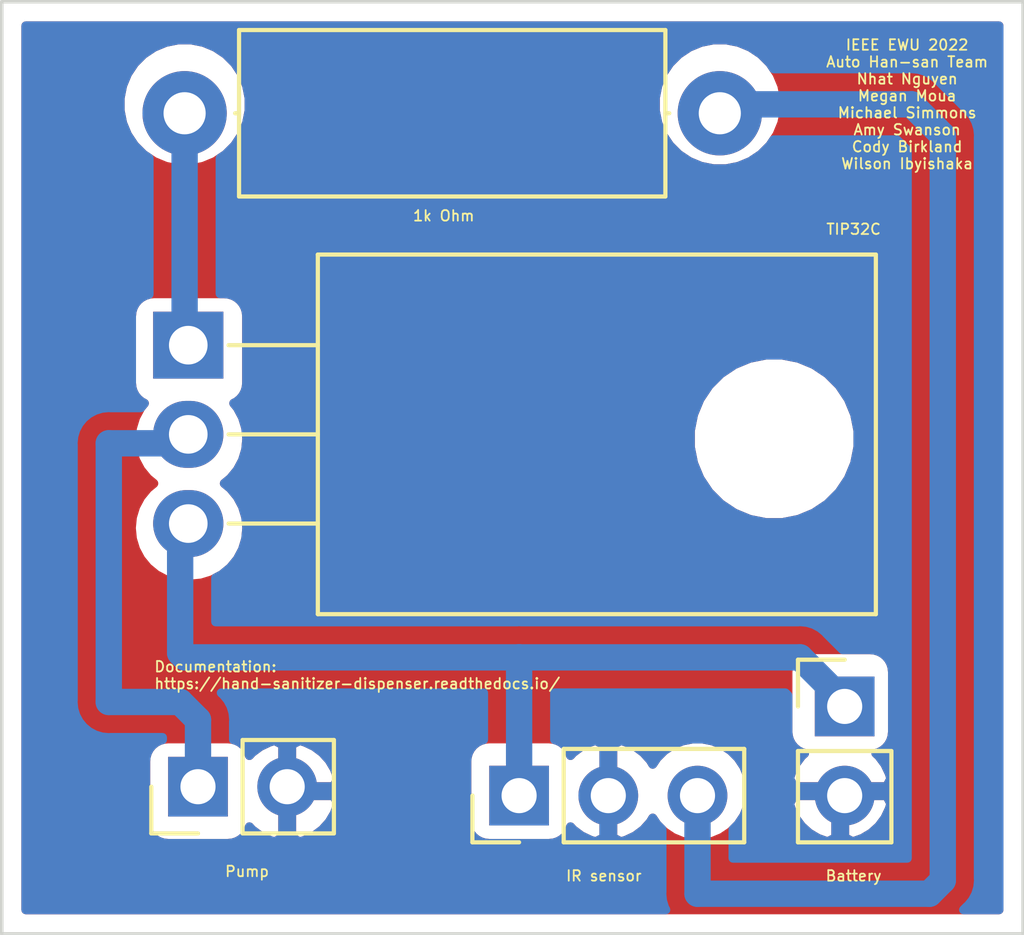
<source format=kicad_pcb>
(kicad_pcb (version 20171130) (host pcbnew "(5.1.9)-1")

  (general
    (thickness 1.6)
    (drawings 6)
    (tracks 20)
    (zones 0)
    (modules 5)
    (nets 6)
  )

  (page A4)
  (layers
    (0 F.Cu signal hide)
    (31 B.Cu signal)
    (32 B.Adhes user)
    (33 F.Adhes user)
    (34 B.Paste user)
    (35 F.Paste user)
    (36 B.SilkS user)
    (37 F.SilkS user)
    (38 B.Mask user)
    (39 F.Mask user)
    (40 Dwgs.User user)
    (41 Cmts.User user)
    (42 Eco1.User user)
    (43 Eco2.User user)
    (44 Edge.Cuts user)
    (45 Margin user)
    (46 B.CrtYd user)
    (47 F.CrtYd user)
    (48 B.Fab user)
    (49 F.Fab user hide)
  )

  (setup
    (last_trace_width 0.25)
    (user_trace_width 0.75)
    (trace_clearance 0.2)
    (zone_clearance 0.508)
    (zone_45_only no)
    (trace_min 0.2)
    (via_size 0.8)
    (via_drill 0.4)
    (via_min_size 0.4)
    (via_min_drill 0.3)
    (uvia_size 0.3)
    (uvia_drill 0.1)
    (uvias_allowed no)
    (uvia_min_size 0.2)
    (uvia_min_drill 0.1)
    (edge_width 0.05)
    (segment_width 0.2)
    (pcb_text_width 0.3)
    (pcb_text_size 1.5 1.5)
    (mod_edge_width 0.12)
    (mod_text_size 1 1)
    (mod_text_width 0.15)
    (pad_size 1.524 1.524)
    (pad_drill 0.762)
    (pad_to_mask_clearance 0)
    (aux_axis_origin 0 0)
    (visible_elements 7FFFFFFF)
    (pcbplotparams
      (layerselection 0x010fc_ffffffff)
      (usegerberextensions false)
      (usegerberattributes true)
      (usegerberadvancedattributes true)
      (creategerberjobfile true)
      (excludeedgelayer true)
      (linewidth 0.100000)
      (plotframeref false)
      (viasonmask false)
      (mode 1)
      (useauxorigin false)
      (hpglpennumber 1)
      (hpglpenspeed 20)
      (hpglpendiameter 15.000000)
      (psnegative false)
      (psa4output false)
      (plotreference true)
      (plotvalue true)
      (plotinvisibletext false)
      (padsonsilk false)
      (subtractmaskfromsilk false)
      (outputformat 1)
      (mirror false)
      (drillshape 0)
      (scaleselection 1)
      (outputdirectory "./"))
  )

  (net 0 "")
  (net 1 "Net-(J1-Pad3)")
  (net 2 "Net-(J1-Pad1)")
  (net 3 "Net-(J3-Pad1)")
  (net 4 "Net-(Q1-Pad1)")
  (net 5 GND)

  (net_class Default "This is the default net class."
    (clearance 0.2)
    (trace_width 0.25)
    (via_dia 0.8)
    (via_drill 0.4)
    (uvia_dia 0.3)
    (uvia_drill 0.1)
    (add_net GND)
    (add_net "Net-(J1-Pad1)")
    (add_net "Net-(J1-Pad3)")
    (add_net "Net-(J3-Pad1)")
    (add_net "Net-(Q1-Pad1)")
  )

  (module Connector_PinHeader_2.54mm:PinHeader_1x03_P2.54mm_Vertical (layer F.Cu) (tedit 59FED5CC) (tstamp 610F5ABB)
    (at 179.832 84.963 90)
    (descr "Through hole straight pin header, 1x03, 2.54mm pitch, single row")
    (tags "Through hole pin header THT 1x03 2.54mm single row")
    (path /610F6698)
    (fp_text reference "IR sensor" (at -2.286 2.413 180) (layer F.SilkS)
      (effects (font (size 0.3 0.3) (thickness 0.05)))
    )
    (fp_text value "IR Sensor" (at 0 7.41 90) (layer F.Fab)
      (effects (font (size 1 1) (thickness 0.15)))
    )
    (fp_line (start -0.635 -1.27) (end 1.27 -1.27) (layer F.Fab) (width 0.1))
    (fp_line (start 1.27 -1.27) (end 1.27 6.35) (layer F.Fab) (width 0.1))
    (fp_line (start 1.27 6.35) (end -1.27 6.35) (layer F.Fab) (width 0.1))
    (fp_line (start -1.27 6.35) (end -1.27 -0.635) (layer F.Fab) (width 0.1))
    (fp_line (start -1.27 -0.635) (end -0.635 -1.27) (layer F.Fab) (width 0.1))
    (fp_line (start -1.33 6.41) (end 1.33 6.41) (layer F.SilkS) (width 0.12))
    (fp_line (start -1.33 1.27) (end -1.33 6.41) (layer F.SilkS) (width 0.12))
    (fp_line (start 1.33 1.27) (end 1.33 6.41) (layer F.SilkS) (width 0.12))
    (fp_line (start -1.33 1.27) (end 1.33 1.27) (layer F.SilkS) (width 0.12))
    (fp_line (start -1.33 0) (end -1.33 -1.33) (layer F.SilkS) (width 0.12))
    (fp_line (start -1.33 -1.33) (end 0 -1.33) (layer F.SilkS) (width 0.12))
    (fp_line (start -1.8 -1.8) (end -1.8 6.85) (layer F.CrtYd) (width 0.05))
    (fp_line (start -1.8 6.85) (end 1.8 6.85) (layer F.CrtYd) (width 0.05))
    (fp_line (start 1.8 6.85) (end 1.8 -1.8) (layer F.CrtYd) (width 0.05))
    (fp_line (start 1.8 -1.8) (end -1.8 -1.8) (layer F.CrtYd) (width 0.05))
    (fp_text user %R (at 0 2.54) (layer F.Fab)
      (effects (font (size 1 1) (thickness 0.15)))
    )
    (pad 3 thru_hole oval (at 0 5.08 90) (size 1.7 1.7) (drill 1) (layers *.Cu *.Mask)
      (net 1 "Net-(J1-Pad3)"))
    (pad 2 thru_hole oval (at 0 2.54 90) (size 1.7 1.7) (drill 1) (layers *.Cu *.Mask)
      (net 5 GND))
    (pad 1 thru_hole rect (at 0 0 90) (size 1.7 1.7) (drill 1) (layers *.Cu *.Mask)
      (net 2 "Net-(J1-Pad1)"))
    (model ${KISYS3DMOD}/Connector_PinHeader_2.54mm.3dshapes/PinHeader_1x03_P2.54mm_Vertical.wrl
      (at (xyz 0 0 0))
      (scale (xyz 1 1 1))
      (rotate (xyz 0 0 0))
    )
  )

  (module Package_TO_SOT_THT:TO-220-3_Horizontal_TabDown (layer F.Cu) (tedit 5AC8BA0D) (tstamp 610F5AFE)
    (at 170.411 72.136 270)
    (descr "TO-220-3, Horizontal, RM 2.54mm, see https://www.vishay.com/docs/66542/to-220-1.pdf")
    (tags "TO-220-3 Horizontal RM 2.54mm")
    (path /610F453C)
    (fp_text reference TIP32C (at -3.302 -18.946 180) (layer F.SilkS)
      (effects (font (size 0.3 0.3) (thickness 0.05)))
    )
    (fp_text value TIP32C (at 2.54 2 90) (layer F.Fab)
      (effects (font (size 1 1) (thickness 0.15)))
    )
    (fp_circle (center 2.54 -16.66) (end 4.39 -16.66) (layer F.Fab) (width 0.1))
    (fp_line (start -2.46 -13.06) (end -2.46 -19.46) (layer F.Fab) (width 0.1))
    (fp_line (start -2.46 -19.46) (end 7.54 -19.46) (layer F.Fab) (width 0.1))
    (fp_line (start 7.54 -19.46) (end 7.54 -13.06) (layer F.Fab) (width 0.1))
    (fp_line (start 7.54 -13.06) (end -2.46 -13.06) (layer F.Fab) (width 0.1))
    (fp_line (start -2.46 -3.81) (end -2.46 -13.06) (layer F.Fab) (width 0.1))
    (fp_line (start -2.46 -13.06) (end 7.54 -13.06) (layer F.Fab) (width 0.1))
    (fp_line (start 7.54 -13.06) (end 7.54 -3.81) (layer F.Fab) (width 0.1))
    (fp_line (start 7.54 -3.81) (end -2.46 -3.81) (layer F.Fab) (width 0.1))
    (fp_line (start 0 -3.81) (end 0 0) (layer F.Fab) (width 0.1))
    (fp_line (start 2.54 -3.81) (end 2.54 0) (layer F.Fab) (width 0.1))
    (fp_line (start 5.08 -3.81) (end 5.08 0) (layer F.Fab) (width 0.1))
    (fp_line (start -2.58 -3.69) (end 7.66 -3.69) (layer F.SilkS) (width 0.12))
    (fp_line (start -2.58 -19.58) (end 7.66 -19.58) (layer F.SilkS) (width 0.12))
    (fp_line (start -2.58 -19.58) (end -2.58 -3.69) (layer F.SilkS) (width 0.12))
    (fp_line (start 7.66 -19.58) (end 7.66 -3.69) (layer F.SilkS) (width 0.12))
    (fp_line (start 0 -3.69) (end 0 -1.15) (layer F.SilkS) (width 0.12))
    (fp_line (start 2.54 -3.69) (end 2.54 -1.15) (layer F.SilkS) (width 0.12))
    (fp_line (start 5.08 -3.69) (end 5.08 -1.15) (layer F.SilkS) (width 0.12))
    (fp_line (start -2.71 -19.71) (end -2.71 1.25) (layer F.CrtYd) (width 0.05))
    (fp_line (start -2.71 1.25) (end 7.79 1.25) (layer F.CrtYd) (width 0.05))
    (fp_line (start 7.79 1.25) (end 7.79 -19.71) (layer F.CrtYd) (width 0.05))
    (fp_line (start 7.79 -19.71) (end -2.71 -19.71) (layer F.CrtYd) (width 0.05))
    (fp_text user %R (at 2.54 -20.58 90) (layer F.Fab)
      (effects (font (size 1 1) (thickness 0.15)))
    )
    (pad 3 thru_hole oval (at 5.08 0 270) (size 1.905 2) (drill 1.1) (layers *.Cu *.Mask)
      (net 2 "Net-(J1-Pad1)"))
    (pad 2 thru_hole oval (at 2.54 0 270) (size 1.905 2) (drill 1.1) (layers *.Cu *.Mask)
      (net 3 "Net-(J3-Pad1)"))
    (pad 1 thru_hole rect (at 0 0 270) (size 1.905 2) (drill 1.1) (layers *.Cu *.Mask)
      (net 4 "Net-(Q1-Pad1)"))
    (pad "" np_thru_hole oval (at 2.54 -16.66 270) (size 3.5 3.5) (drill 3.5) (layers *.Cu *.Mask))
    (model ${KISYS3DMOD}/Package_TO_SOT_THT.3dshapes/TO-220-3_Horizontal_TabDown.wrl
      (at (xyz 0 0 0))
      (scale (xyz 1 1 1))
      (rotate (xyz 0 0 0))
    )
  )

  (module Resistor_THT:R_Axial_DIN0414_L11.9mm_D4.5mm_P15.24mm_Horizontal (layer F.Cu) (tedit 5AE5139B) (tstamp 610F5B15)
    (at 170.307 65.532)
    (descr "Resistor, Axial_DIN0414 series, Axial, Horizontal, pin pitch=15.24mm, 2W, length*diameter=11.9*4.5mm^2, http://www.vishay.com/docs/20128/wkxwrx.pdf")
    (tags "Resistor Axial_DIN0414 series Axial Horizontal pin pitch 15.24mm 2W length 11.9mm diameter 4.5mm")
    (path /610F503D)
    (fp_text reference "1k Ohm " (at 7.493 2.921) (layer F.SilkS)
      (effects (font (size 0.3 0.3) (thickness 0.05)))
    )
    (fp_text value 1kOhm (at 7.62 3.37) (layer F.Fab)
      (effects (font (size 1 1) (thickness 0.15)))
    )
    (fp_line (start 1.67 -2.25) (end 1.67 2.25) (layer F.Fab) (width 0.1))
    (fp_line (start 1.67 2.25) (end 13.57 2.25) (layer F.Fab) (width 0.1))
    (fp_line (start 13.57 2.25) (end 13.57 -2.25) (layer F.Fab) (width 0.1))
    (fp_line (start 13.57 -2.25) (end 1.67 -2.25) (layer F.Fab) (width 0.1))
    (fp_line (start 0 0) (end 1.67 0) (layer F.Fab) (width 0.1))
    (fp_line (start 15.24 0) (end 13.57 0) (layer F.Fab) (width 0.1))
    (fp_line (start 1.55 -2.37) (end 1.55 2.37) (layer F.SilkS) (width 0.12))
    (fp_line (start 1.55 2.37) (end 13.69 2.37) (layer F.SilkS) (width 0.12))
    (fp_line (start 13.69 2.37) (end 13.69 -2.37) (layer F.SilkS) (width 0.12))
    (fp_line (start 13.69 -2.37) (end 1.55 -2.37) (layer F.SilkS) (width 0.12))
    (fp_line (start 1.44 0) (end 1.55 0) (layer F.SilkS) (width 0.12))
    (fp_line (start 13.8 0) (end 13.69 0) (layer F.SilkS) (width 0.12))
    (fp_line (start -1.45 -2.5) (end -1.45 2.5) (layer F.CrtYd) (width 0.05))
    (fp_line (start -1.45 2.5) (end 16.69 2.5) (layer F.CrtYd) (width 0.05))
    (fp_line (start 16.69 2.5) (end 16.69 -2.5) (layer F.CrtYd) (width 0.05))
    (fp_line (start 16.69 -2.5) (end -1.45 -2.5) (layer F.CrtYd) (width 0.05))
    (fp_text user %R (at 7.62 0) (layer F.Fab)
      (effects (font (size 1 1) (thickness 0.15)))
    )
    (pad 2 thru_hole oval (at 15.24 0) (size 2.4 2.4) (drill 1.2) (layers *.Cu *.Mask)
      (net 1 "Net-(J1-Pad3)"))
    (pad 1 thru_hole circle (at 0 0) (size 2.4 2.4) (drill 1.2) (layers *.Cu *.Mask)
      (net 4 "Net-(Q1-Pad1)"))
    (model ${KISYS3DMOD}/Resistor_THT.3dshapes/R_Axial_DIN0414_L11.9mm_D4.5mm_P15.24mm_Horizontal.wrl
      (at (xyz 0 0 0))
      (scale (xyz 1 1 1))
      (rotate (xyz 0 0 0))
    )
  )

  (module Connector_PinHeader_2.54mm:PinHeader_1x02_P2.54mm_Vertical (layer F.Cu) (tedit 59FED5CC) (tstamp 610F5AE7)
    (at 170.688 84.709 90)
    (descr "Through hole straight pin header, 1x02, 2.54mm pitch, single row")
    (tags "Through hole pin header THT 1x02 2.54mm single row")
    (path /610F81D5)
    (fp_text reference Pump (at -2.413 1.397) (layer F.SilkS)
      (effects (font (size 0.3 0.3) (thickness 0.05)))
    )
    (fp_text value Pump (at 0 4.87 90) (layer F.Fab)
      (effects (font (size 1 1) (thickness 0.15)))
    )
    (fp_line (start -0.635 -1.27) (end 1.27 -1.27) (layer F.Fab) (width 0.1))
    (fp_line (start 1.27 -1.27) (end 1.27 3.81) (layer F.Fab) (width 0.1))
    (fp_line (start 1.27 3.81) (end -1.27 3.81) (layer F.Fab) (width 0.1))
    (fp_line (start -1.27 3.81) (end -1.27 -0.635) (layer F.Fab) (width 0.1))
    (fp_line (start -1.27 -0.635) (end -0.635 -1.27) (layer F.Fab) (width 0.1))
    (fp_line (start -1.33 3.87) (end 1.33 3.87) (layer F.SilkS) (width 0.12))
    (fp_line (start -1.33 1.27) (end -1.33 3.87) (layer F.SilkS) (width 0.12))
    (fp_line (start 1.33 1.27) (end 1.33 3.87) (layer F.SilkS) (width 0.12))
    (fp_line (start -1.33 1.27) (end 1.33 1.27) (layer F.SilkS) (width 0.12))
    (fp_line (start -1.33 0) (end -1.33 -1.33) (layer F.SilkS) (width 0.12))
    (fp_line (start -1.33 -1.33) (end 0 -1.33) (layer F.SilkS) (width 0.12))
    (fp_line (start -1.8 -1.8) (end -1.8 4.35) (layer F.CrtYd) (width 0.05))
    (fp_line (start -1.8 4.35) (end 1.8 4.35) (layer F.CrtYd) (width 0.05))
    (fp_line (start 1.8 4.35) (end 1.8 -1.8) (layer F.CrtYd) (width 0.05))
    (fp_line (start 1.8 -1.8) (end -1.8 -1.8) (layer F.CrtYd) (width 0.05))
    (fp_text user %R (at 0 1.27) (layer F.Fab)
      (effects (font (size 1 1) (thickness 0.15)))
    )
    (pad 2 thru_hole oval (at 0 2.54 90) (size 1.7 1.7) (drill 1) (layers *.Cu *.Mask)
      (net 5 GND))
    (pad 1 thru_hole rect (at 0 0 90) (size 1.7 1.7) (drill 1) (layers *.Cu *.Mask)
      (net 3 "Net-(J3-Pad1)"))
    (model ${KISYS3DMOD}/Connector_PinHeader_2.54mm.3dshapes/PinHeader_1x02_P2.54mm_Vertical.wrl
      (at (xyz 0 0 0))
      (scale (xyz 1 1 1))
      (rotate (xyz 0 0 0))
    )
  )

  (module Connector_PinHeader_2.54mm:PinHeader_1x02_P2.54mm_Vertical (layer F.Cu) (tedit 59FED5CC) (tstamp 610F5AD1)
    (at 189.103 82.423)
    (descr "Through hole straight pin header, 1x02, 2.54mm pitch, single row")
    (tags "Through hole pin header THT 1x02 2.54mm single row")
    (path /610F7954)
    (fp_text reference Battery (at 0.254 4.826) (layer F.SilkS)
      (effects (font (size 0.3 0.3) (thickness 0.05)))
    )
    (fp_text value Battery (at 0 4.87) (layer F.Fab)
      (effects (font (size 1 1) (thickness 0.15)))
    )
    (fp_line (start -0.635 -1.27) (end 1.27 -1.27) (layer F.Fab) (width 0.1))
    (fp_line (start 1.27 -1.27) (end 1.27 3.81) (layer F.Fab) (width 0.1))
    (fp_line (start 1.27 3.81) (end -1.27 3.81) (layer F.Fab) (width 0.1))
    (fp_line (start -1.27 3.81) (end -1.27 -0.635) (layer F.Fab) (width 0.1))
    (fp_line (start -1.27 -0.635) (end -0.635 -1.27) (layer F.Fab) (width 0.1))
    (fp_line (start -1.33 3.87) (end 1.33 3.87) (layer F.SilkS) (width 0.12))
    (fp_line (start -1.33 1.27) (end -1.33 3.87) (layer F.SilkS) (width 0.12))
    (fp_line (start 1.33 1.27) (end 1.33 3.87) (layer F.SilkS) (width 0.12))
    (fp_line (start -1.33 1.27) (end 1.33 1.27) (layer F.SilkS) (width 0.12))
    (fp_line (start -1.33 0) (end -1.33 -1.33) (layer F.SilkS) (width 0.12))
    (fp_line (start -1.33 -1.33) (end 0 -1.33) (layer F.SilkS) (width 0.12))
    (fp_line (start -1.8 -1.8) (end -1.8 4.35) (layer F.CrtYd) (width 0.05))
    (fp_line (start -1.8 4.35) (end 1.8 4.35) (layer F.CrtYd) (width 0.05))
    (fp_line (start 1.8 4.35) (end 1.8 -1.8) (layer F.CrtYd) (width 0.05))
    (fp_line (start 1.8 -1.8) (end -1.8 -1.8) (layer F.CrtYd) (width 0.05))
    (fp_text user %R (at 0 1.27 90) (layer F.Fab)
      (effects (font (size 1 1) (thickness 0.15)))
    )
    (pad 2 thru_hole oval (at 0 2.54) (size 1.7 1.7) (drill 1) (layers *.Cu *.Mask)
      (net 5 GND))
    (pad 1 thru_hole rect (at 0 0) (size 1.7 1.7) (drill 1) (layers *.Cu *.Mask)
      (net 2 "Net-(J1-Pad1)"))
    (model ${KISYS3DMOD}/Connector_PinHeader_2.54mm.3dshapes/PinHeader_1x02_P2.54mm_Vertical.wrl
      (at (xyz 0 0 0))
      (scale (xyz 1 1 1))
      (rotate (xyz 0 0 0))
    )
  )

  (gr_text "Documentation:\nhttps://hand-sanitizer-dispenser.readthedocs.io/" (at 169.418 81.534) (layer F.SilkS) (tstamp 628BCB37)
    (effects (font (size 0.3 0.3) (thickness 0.05)) (justify left))
  )
  (gr_text "IEEE EWU 2022\nAuto Han-san Team\nNhat Nguyen\nMegan Moua\nMichael Simmons\nAmy Swanson\nCody Birkland\nWilson Ibyishaka\n" (at 190.881 65.278) (layer F.SilkS)
    (effects (font (size 0.3 0.3) (thickness 0.05)))
  )
  (gr_line (start 194.183 62.357) (end 194.183 88.9) (layer Edge.Cuts) (width 0.1))
  (gr_line (start 165.1 62.357) (end 194.183 62.357) (layer Edge.Cuts) (width 0.1))
  (gr_line (start 165.1 88.9) (end 165.1 62.357) (layer Edge.Cuts) (width 0.1))
  (gr_line (start 194.183 88.9) (end 165.1 88.9) (layer Edge.Cuts) (width 0.1))

  (segment (start 185.547 65.278) (end 191.008 65.278) (width 0.75) (layer B.Cu) (net 1))
  (segment (start 191.008 65.278) (end 191.135 65.405) (width 0.75) (layer B.Cu) (net 1))
  (segment (start 184.912 84.836) (end 184.912 87.757) (width 0.75) (layer B.Cu) (net 1))
  (segment (start 184.912 87.757) (end 191.516 87.757) (width 0.75) (layer B.Cu) (net 1))
  (segment (start 191.516 87.757) (end 191.897 87.376) (width 0.75) (layer B.Cu) (net 1))
  (segment (start 191.897 66.167) (end 191.008 65.278) (width 0.75) (layer B.Cu) (net 1))
  (segment (start 191.897 87.376) (end 191.897 66.167) (width 0.75) (layer B.Cu) (net 1))
  (segment (start 170.18 77.47) (end 170.18 80.899) (width 0.75) (layer B.Cu) (net 2))
  (segment (start 170.18 80.899) (end 170.307 81.026) (width 0.75) (layer B.Cu) (net 2))
  (segment (start 170.307 81.026) (end 179.832 81.026) (width 0.75) (layer B.Cu) (net 2))
  (segment (start 179.832 81.026) (end 179.832 84.836) (width 0.75) (layer B.Cu) (net 2))
  (segment (start 187.833 81.026) (end 189.103 82.296) (width 0.75) (layer B.Cu) (net 2))
  (segment (start 179.832 81.026) (end 187.833 81.026) (width 0.75) (layer B.Cu) (net 2))
  (segment (start 170.18 74.93) (end 168.148 74.93) (width 0.75) (layer B.Cu) (net 3))
  (segment (start 168.148 74.93) (end 168.148 82.296) (width 0.75) (layer B.Cu) (net 3))
  (segment (start 168.148 82.296) (end 170.18 82.296) (width 0.75) (layer B.Cu) (net 3))
  (segment (start 170.688 82.804) (end 170.688 84.836) (width 0.75) (layer B.Cu) (net 3))
  (segment (start 170.18 82.296) (end 170.688 82.804) (width 0.75) (layer B.Cu) (net 3))
  (segment (start 170.307 72.263) (end 170.18 72.39) (width 0.75) (layer B.Cu) (net 4))
  (segment (start 170.307 65.278) (end 170.307 72.263) (width 0.75) (layer B.Cu) (net 4))

  (zone (net 5) (net_name GND) (layer B.Cu) (tstamp 627D4DA8) (hatch edge 0.508)
    (connect_pads (clearance 0.508))
    (min_thickness 0.254)
    (fill yes (arc_segments 32) (thermal_gap 0.508) (thermal_bridge_width 0.508))
    (polygon
      (pts
        (xy 194.183 88.9) (xy 165.354 88.9) (xy 165.354 62.357) (xy 194.183 62.357)
      )
    )
    (filled_polygon
      (pts
        (xy 193.498001 88.215) (xy 192.486354 88.215) (xy 192.576089 88.125265) (xy 192.614633 88.093633) (xy 192.740847 87.93984)
        (xy 192.834632 87.76438) (xy 192.892385 87.573994) (xy 192.907 87.425608) (xy 192.907 87.425606) (xy 192.911886 87.376001)
        (xy 192.907 87.326396) (xy 192.907 66.216608) (xy 192.911886 66.167) (xy 192.892385 65.969005) (xy 192.834632 65.77862)
        (xy 192.740847 65.60316) (xy 192.614633 65.449367) (xy 192.576099 65.417743) (xy 191.757261 64.598905) (xy 191.725633 64.560367)
        (xy 191.57184 64.434153) (xy 191.39638 64.340368) (xy 191.205994 64.282615) (xy 191.057608 64.268) (xy 191.008 64.263114)
        (xy 190.958392 64.268) (xy 187.079076 64.268) (xy 186.972338 64.108256) (xy 186.716744 63.852662) (xy 186.416199 63.651844)
        (xy 186.08225 63.513518) (xy 185.727732 63.443) (xy 185.366268 63.443) (xy 185.01175 63.513518) (xy 184.677801 63.651844)
        (xy 184.377256 63.852662) (xy 184.121662 64.108256) (xy 183.920844 64.408801) (xy 183.782518 64.74275) (xy 183.712 65.097268)
        (xy 183.712 65.458732) (xy 183.782518 65.81325) (xy 183.920844 66.147199) (xy 184.121662 66.447744) (xy 184.377256 66.703338)
        (xy 184.677801 66.904156) (xy 185.01175 67.042482) (xy 185.366268 67.113) (xy 185.727732 67.113) (xy 186.08225 67.042482)
        (xy 186.416199 66.904156) (xy 186.716744 66.703338) (xy 186.972338 66.447744) (xy 187.079076 66.288) (xy 190.589645 66.288)
        (xy 190.887001 66.585357) (xy 190.887 86.747) (xy 185.922 86.747) (xy 185.922 85.926107) (xy 186.065475 85.782632)
        (xy 186.22799 85.539411) (xy 186.339932 85.269158) (xy 186.355102 85.19289) (xy 187.534524 85.19289) (xy 187.579175 85.340099)
        (xy 187.704359 85.60292) (xy 187.878412 85.836269) (xy 188.094645 86.031178) (xy 188.344748 86.180157) (xy 188.619109 86.277481)
        (xy 188.849 86.156814) (xy 188.849 84.963) (xy 189.103 84.963) (xy 189.103 86.156814) (xy 189.332891 86.277481)
        (xy 189.607252 86.180157) (xy 189.857355 86.031178) (xy 190.073588 85.836269) (xy 190.247641 85.60292) (xy 190.372825 85.340099)
        (xy 190.417476 85.19289) (xy 190.296155 84.963) (xy 189.103 84.963) (xy 188.849 84.963) (xy 187.655845 84.963)
        (xy 187.534524 85.19289) (xy 186.355102 85.19289) (xy 186.397 84.98226) (xy 186.397 84.68974) (xy 186.339932 84.402842)
        (xy 186.22799 84.132589) (xy 186.065475 83.889368) (xy 185.858632 83.682525) (xy 185.615411 83.52001) (xy 185.345158 83.408068)
        (xy 185.05826 83.351) (xy 184.76574 83.351) (xy 184.478842 83.408068) (xy 184.208589 83.52001) (xy 183.965368 83.682525)
        (xy 183.758525 83.889368) (xy 183.636805 84.071534) (xy 183.567178 83.954645) (xy 183.372269 83.738412) (xy 183.13892 83.564359)
        (xy 182.876099 83.439175) (xy 182.72889 83.394524) (xy 182.499 83.515845) (xy 182.499 84.709) (xy 182.519 84.709)
        (xy 182.519 84.963) (xy 182.499 84.963) (xy 182.499 86.156155) (xy 182.72889 86.277476) (xy 182.876099 86.232825)
        (xy 183.13892 86.107641) (xy 183.372269 85.933588) (xy 183.567178 85.717355) (xy 183.636805 85.600466) (xy 183.758525 85.782632)
        (xy 183.902 85.926107) (xy 183.902001 87.707383) (xy 183.897114 87.757) (xy 183.916615 87.954994) (xy 183.974368 88.14538)
        (xy 184.011581 88.215) (xy 165.785 88.215) (xy 165.785 74.93) (xy 167.133114 74.93) (xy 167.138 74.979608)
        (xy 167.138001 82.246382) (xy 167.133114 82.296) (xy 167.152615 82.493994) (xy 167.210368 82.68438) (xy 167.304153 82.85984)
        (xy 167.430367 83.013633) (xy 167.58416 83.139847) (xy 167.75962 83.233632) (xy 167.950006 83.291385) (xy 168.098392 83.306)
        (xy 168.098393 83.306) (xy 168.148 83.310886) (xy 168.197608 83.306) (xy 169.678 83.306) (xy 169.678 83.370962)
        (xy 169.59382 83.396498) (xy 169.483506 83.455463) (xy 169.386815 83.534815) (xy 169.307463 83.631506) (xy 169.248498 83.74182)
        (xy 169.212188 83.861518) (xy 169.199928 83.986) (xy 169.199928 85.686) (xy 169.212188 85.810482) (xy 169.248498 85.93018)
        (xy 169.307463 86.040494) (xy 169.386815 86.137185) (xy 169.483506 86.216537) (xy 169.59382 86.275502) (xy 169.713518 86.311812)
        (xy 169.838 86.324072) (xy 171.538 86.324072) (xy 171.662482 86.311812) (xy 171.78218 86.275502) (xy 171.892494 86.216537)
        (xy 171.989185 86.137185) (xy 172.068537 86.040494) (xy 172.127502 85.93018) (xy 172.151966 85.849534) (xy 172.227731 85.933588)
        (xy 172.46108 86.107641) (xy 172.723901 86.232825) (xy 172.87111 86.277476) (xy 173.101 86.156155) (xy 173.101 84.963)
        (xy 173.355 84.963) (xy 173.355 86.156155) (xy 173.58489 86.277476) (xy 173.732099 86.232825) (xy 173.99492 86.107641)
        (xy 174.228269 85.933588) (xy 174.423178 85.717355) (xy 174.572157 85.467252) (xy 174.669481 85.192891) (xy 174.548814 84.963)
        (xy 173.355 84.963) (xy 173.101 84.963) (xy 173.081 84.963) (xy 173.081 84.709) (xy 173.101 84.709)
        (xy 173.101 83.515845) (xy 173.355 83.515845) (xy 173.355 84.709) (xy 174.548814 84.709) (xy 174.669481 84.479109)
        (xy 174.572157 84.204748) (xy 174.423178 83.954645) (xy 174.228269 83.738412) (xy 173.99492 83.564359) (xy 173.732099 83.439175)
        (xy 173.58489 83.394524) (xy 173.355 83.515845) (xy 173.101 83.515845) (xy 172.87111 83.394524) (xy 172.723901 83.439175)
        (xy 172.46108 83.564359) (xy 172.227731 83.738412) (xy 172.151966 83.822466) (xy 172.127502 83.74182) (xy 172.068537 83.631506)
        (xy 171.989185 83.534815) (xy 171.892494 83.455463) (xy 171.78218 83.396498) (xy 171.698 83.370962) (xy 171.698 82.853597)
        (xy 171.702885 82.803999) (xy 171.698 82.754401) (xy 171.698 82.754392) (xy 171.683385 82.606006) (xy 171.625632 82.41562)
        (xy 171.531847 82.24016) (xy 171.405633 82.086367) (xy 171.367094 82.054739) (xy 171.348355 82.036) (xy 178.822 82.036)
        (xy 178.822001 83.370962) (xy 178.73782 83.396498) (xy 178.627506 83.455463) (xy 178.530815 83.534815) (xy 178.451463 83.631506)
        (xy 178.392498 83.74182) (xy 178.356188 83.861518) (xy 178.343928 83.986) (xy 178.343928 85.686) (xy 178.356188 85.810482)
        (xy 178.392498 85.93018) (xy 178.451463 86.040494) (xy 178.530815 86.137185) (xy 178.627506 86.216537) (xy 178.73782 86.275502)
        (xy 178.857518 86.311812) (xy 178.982 86.324072) (xy 180.682 86.324072) (xy 180.806482 86.311812) (xy 180.92618 86.275502)
        (xy 181.036494 86.216537) (xy 181.133185 86.137185) (xy 181.212537 86.040494) (xy 181.271502 85.93018) (xy 181.295966 85.849534)
        (xy 181.371731 85.933588) (xy 181.60508 86.107641) (xy 181.867901 86.232825) (xy 182.01511 86.277476) (xy 182.245 86.156155)
        (xy 182.245 84.963) (xy 182.225 84.963) (xy 182.225 84.709) (xy 182.245 84.709) (xy 182.245 83.515845)
        (xy 182.01511 83.394524) (xy 181.867901 83.439175) (xy 181.60508 83.564359) (xy 181.371731 83.738412) (xy 181.295966 83.822466)
        (xy 181.271502 83.74182) (xy 181.212537 83.631506) (xy 181.133185 83.534815) (xy 181.036494 83.455463) (xy 180.92618 83.396498)
        (xy 180.842 83.370962) (xy 180.842 82.036) (xy 187.414645 82.036) (xy 187.487928 82.109283) (xy 187.487928 83.146)
        (xy 187.500188 83.270482) (xy 187.536498 83.39018) (xy 187.595463 83.500494) (xy 187.674815 83.597185) (xy 187.771506 83.676537)
        (xy 187.88182 83.735502) (xy 187.962466 83.759966) (xy 187.878412 83.835731) (xy 187.704359 84.06908) (xy 187.579175 84.331901)
        (xy 187.534524 84.47911) (xy 187.655845 84.709) (xy 188.849 84.709) (xy 188.849 84.689) (xy 189.103 84.689)
        (xy 189.103 84.709) (xy 190.296155 84.709) (xy 190.417476 84.47911) (xy 190.372825 84.331901) (xy 190.247641 84.06908)
        (xy 190.073588 83.835731) (xy 189.989534 83.759966) (xy 190.07018 83.735502) (xy 190.180494 83.676537) (xy 190.277185 83.597185)
        (xy 190.356537 83.500494) (xy 190.415502 83.39018) (xy 190.451812 83.270482) (xy 190.464072 83.146) (xy 190.464072 81.446)
        (xy 190.451812 81.321518) (xy 190.415502 81.20182) (xy 190.356537 81.091506) (xy 190.277185 80.994815) (xy 190.180494 80.915463)
        (xy 190.07018 80.856498) (xy 189.950482 80.820188) (xy 189.826 80.807928) (xy 189.043283 80.807928) (xy 188.582261 80.346906)
        (xy 188.550633 80.308367) (xy 188.39684 80.182153) (xy 188.22138 80.088368) (xy 188.030994 80.030615) (xy 187.882608 80.016)
        (xy 187.833 80.011114) (xy 187.783392 80.016) (xy 179.881607 80.016) (xy 179.832 80.011114) (xy 179.782392 80.016)
        (xy 171.19 80.016) (xy 171.19 78.764346) (xy 171.367735 78.669345) (xy 171.609463 78.470963) (xy 171.807845 78.229235)
        (xy 171.955255 77.953449) (xy 172.04603 77.654204) (xy 172.076681 77.343) (xy 172.04603 77.031796) (xy 171.955255 76.732551)
        (xy 171.807845 76.456765) (xy 171.609463 76.215037) (xy 171.436391 76.073) (xy 171.609463 75.930963) (xy 171.807845 75.689235)
        (xy 171.955255 75.413449) (xy 172.04603 75.114204) (xy 172.076681 74.803) (xy 172.053546 74.568098) (xy 184.709 74.568098)
        (xy 184.709 75.037902) (xy 184.800654 75.498679) (xy 184.98044 75.932721) (xy 185.24145 76.323349) (xy 185.573651 76.65555)
        (xy 185.964279 76.91656) (xy 186.398321 77.096346) (xy 186.859098 77.188) (xy 187.328902 77.188) (xy 187.789679 77.096346)
        (xy 188.223721 76.91656) (xy 188.614349 76.65555) (xy 188.94655 76.323349) (xy 189.20756 75.932721) (xy 189.387346 75.498679)
        (xy 189.479 75.037902) (xy 189.479 74.568098) (xy 189.387346 74.107321) (xy 189.20756 73.673279) (xy 188.94655 73.282651)
        (xy 188.614349 72.95045) (xy 188.223721 72.68944) (xy 187.789679 72.509654) (xy 187.328902 72.418) (xy 186.859098 72.418)
        (xy 186.398321 72.509654) (xy 185.964279 72.68944) (xy 185.573651 72.95045) (xy 185.24145 73.282651) (xy 184.98044 73.673279)
        (xy 184.800654 74.107321) (xy 184.709 74.568098) (xy 172.053546 74.568098) (xy 172.04603 74.491796) (xy 171.955255 74.192551)
        (xy 171.807845 73.916765) (xy 171.704554 73.790905) (xy 171.788494 73.746037) (xy 171.885185 73.666685) (xy 171.964537 73.569994)
        (xy 172.023502 73.45968) (xy 172.059812 73.339982) (xy 172.072072 73.2155) (xy 172.072072 71.3105) (xy 172.059812 71.186018)
        (xy 172.023502 71.06632) (xy 171.964537 70.956006) (xy 171.885185 70.859315) (xy 171.788494 70.779963) (xy 171.67818 70.720998)
        (xy 171.558482 70.684688) (xy 171.434 70.672428) (xy 171.317 70.672428) (xy 171.317 66.810076) (xy 171.476744 66.703338)
        (xy 171.732338 66.447744) (xy 171.933156 66.147199) (xy 172.071482 65.81325) (xy 172.142 65.458732) (xy 172.142 65.097268)
        (xy 172.071482 64.74275) (xy 171.933156 64.408801) (xy 171.732338 64.108256) (xy 171.476744 63.852662) (xy 171.176199 63.651844)
        (xy 170.84225 63.513518) (xy 170.487732 63.443) (xy 170.126268 63.443) (xy 169.77175 63.513518) (xy 169.437801 63.651844)
        (xy 169.137256 63.852662) (xy 168.881662 64.108256) (xy 168.680844 64.408801) (xy 168.542518 64.74275) (xy 168.472 65.097268)
        (xy 168.472 65.458732) (xy 168.542518 65.81325) (xy 168.680844 66.147199) (xy 168.881662 66.447744) (xy 169.137256 66.703338)
        (xy 169.297 66.810076) (xy 169.297001 70.688485) (xy 169.18982 70.720998) (xy 169.079506 70.779963) (xy 168.982815 70.859315)
        (xy 168.903463 70.956006) (xy 168.844498 71.06632) (xy 168.808188 71.186018) (xy 168.795928 71.3105) (xy 168.795928 73.2155)
        (xy 168.808188 73.339982) (xy 168.844498 73.45968) (xy 168.903463 73.569994) (xy 168.982815 73.666685) (xy 169.079506 73.746037)
        (xy 169.163446 73.790905) (xy 169.060155 73.916765) (xy 169.058426 73.92) (xy 168.197607 73.92) (xy 168.148 73.915114)
        (xy 168.098392 73.92) (xy 167.950006 73.934615) (xy 167.75962 73.992368) (xy 167.58416 74.086153) (xy 167.430367 74.212367)
        (xy 167.304153 74.36616) (xy 167.210368 74.54162) (xy 167.152615 74.732006) (xy 167.133114 74.93) (xy 165.785 74.93)
        (xy 165.785 63.042) (xy 193.498 63.042)
      )
    )
  )
  (zone (net 5) (net_name GND) (layer F.Cu) (tstamp 627D4DA5) (hatch edge 0.508)
    (connect_pads (clearance 0.508))
    (min_thickness 0.254)
    (fill yes (arc_segments 32) (thermal_gap 0.508) (thermal_bridge_width 0.508))
    (polygon
      (pts
        (xy 194.183 88.9) (xy 165.227 88.9) (xy 165.227 62.357) (xy 194.183 62.357)
      )
    )
    (filled_polygon
      (pts
        (xy 193.498001 88.215) (xy 165.785 88.215) (xy 165.785 83.986) (xy 169.199928 83.986) (xy 169.199928 85.686)
        (xy 169.212188 85.810482) (xy 169.248498 85.93018) (xy 169.307463 86.040494) (xy 169.386815 86.137185) (xy 169.483506 86.216537)
        (xy 169.59382 86.275502) (xy 169.713518 86.311812) (xy 169.838 86.324072) (xy 171.538 86.324072) (xy 171.662482 86.311812)
        (xy 171.78218 86.275502) (xy 171.892494 86.216537) (xy 171.989185 86.137185) (xy 172.068537 86.040494) (xy 172.127502 85.93018)
        (xy 172.151966 85.849534) (xy 172.227731 85.933588) (xy 172.46108 86.107641) (xy 172.723901 86.232825) (xy 172.87111 86.277476)
        (xy 173.101 86.156155) (xy 173.101 84.963) (xy 173.355 84.963) (xy 173.355 86.156155) (xy 173.58489 86.277476)
        (xy 173.732099 86.232825) (xy 173.99492 86.107641) (xy 174.228269 85.933588) (xy 174.423178 85.717355) (xy 174.572157 85.467252)
        (xy 174.669481 85.192891) (xy 174.548814 84.963) (xy 173.355 84.963) (xy 173.101 84.963) (xy 173.081 84.963)
        (xy 173.081 84.709) (xy 173.101 84.709) (xy 173.101 83.515845) (xy 173.355 83.515845) (xy 173.355 84.709)
        (xy 174.548814 84.709) (xy 174.669481 84.479109) (xy 174.572157 84.204748) (xy 174.441856 83.986) (xy 178.343928 83.986)
        (xy 178.343928 85.686) (xy 178.356188 85.810482) (xy 178.392498 85.93018) (xy 178.451463 86.040494) (xy 178.530815 86.137185)
        (xy 178.627506 86.216537) (xy 178.73782 86.275502) (xy 178.857518 86.311812) (xy 178.982 86.324072) (xy 180.682 86.324072)
        (xy 180.806482 86.311812) (xy 180.92618 86.275502) (xy 181.036494 86.216537) (xy 181.133185 86.137185) (xy 181.212537 86.040494)
        (xy 181.271502 85.93018) (xy 181.295966 85.849534) (xy 181.371731 85.933588) (xy 181.60508 86.107641) (xy 181.867901 86.232825)
        (xy 182.01511 86.277476) (xy 182.245 86.156155) (xy 182.245 84.963) (xy 182.225 84.963) (xy 182.225 84.709)
        (xy 182.245 84.709) (xy 182.245 83.515845) (xy 182.499 83.515845) (xy 182.499 84.709) (xy 182.519 84.709)
        (xy 182.519 84.963) (xy 182.499 84.963) (xy 182.499 86.156155) (xy 182.72889 86.277476) (xy 182.876099 86.232825)
        (xy 183.13892 86.107641) (xy 183.372269 85.933588) (xy 183.567178 85.717355) (xy 183.636805 85.600466) (xy 183.758525 85.782632)
        (xy 183.965368 85.989475) (xy 184.208589 86.15199) (xy 184.478842 86.263932) (xy 184.76574 86.321) (xy 185.05826 86.321)
        (xy 185.345158 86.263932) (xy 185.615411 86.15199) (xy 185.858632 85.989475) (xy 186.065475 85.782632) (xy 186.22799 85.539411)
        (xy 186.339932 85.269158) (xy 186.355102 85.19289) (xy 187.534524 85.19289) (xy 187.579175 85.340099) (xy 187.704359 85.60292)
        (xy 187.878412 85.836269) (xy 188.094645 86.031178) (xy 188.344748 86.180157) (xy 188.619109 86.277481) (xy 188.849 86.156814)
        (xy 188.849 84.963) (xy 189.103 84.963) (xy 189.103 86.156814) (xy 189.332891 86.277481) (xy 189.607252 86.180157)
        (xy 189.857355 86.031178) (xy 190.073588 85.836269) (xy 190.247641 85.60292) (xy 190.372825 85.340099) (xy 190.417476 85.19289)
        (xy 190.296155 84.963) (xy 189.103 84.963) (xy 188.849 84.963) (xy 187.655845 84.963) (xy 187.534524 85.19289)
        (xy 186.355102 85.19289) (xy 186.397 84.98226) (xy 186.397 84.68974) (xy 186.339932 84.402842) (xy 186.22799 84.132589)
        (xy 186.065475 83.889368) (xy 185.858632 83.682525) (xy 185.615411 83.52001) (xy 185.345158 83.408068) (xy 185.05826 83.351)
        (xy 184.76574 83.351) (xy 184.478842 83.408068) (xy 184.208589 83.52001) (xy 183.965368 83.682525) (xy 183.758525 83.889368)
        (xy 183.636805 84.071534) (xy 183.567178 83.954645) (xy 183.372269 83.738412) (xy 183.13892 83.564359) (xy 182.876099 83.439175)
        (xy 182.72889 83.394524) (xy 182.499 83.515845) (xy 182.245 83.515845) (xy 182.01511 83.394524) (xy 181.867901 83.439175)
        (xy 181.60508 83.564359) (xy 181.371731 83.738412) (xy 181.295966 83.822466) (xy 181.271502 83.74182) (xy 181.212537 83.631506)
        (xy 181.133185 83.534815) (xy 181.036494 83.455463) (xy 180.92618 83.396498) (xy 180.806482 83.360188) (xy 180.682 83.347928)
        (xy 178.982 83.347928) (xy 178.857518 83.360188) (xy 178.73782 83.396498) (xy 178.627506 83.455463) (xy 178.530815 83.534815)
        (xy 178.451463 83.631506) (xy 178.392498 83.74182) (xy 178.356188 83.861518) (xy 178.343928 83.986) (xy 174.441856 83.986)
        (xy 174.423178 83.954645) (xy 174.228269 83.738412) (xy 173.99492 83.564359) (xy 173.732099 83.439175) (xy 173.58489 83.394524)
        (xy 173.355 83.515845) (xy 173.101 83.515845) (xy 172.87111 83.394524) (xy 172.723901 83.439175) (xy 172.46108 83.564359)
        (xy 172.227731 83.738412) (xy 172.151966 83.822466) (xy 172.127502 83.74182) (xy 172.068537 83.631506) (xy 171.989185 83.534815)
        (xy 171.892494 83.455463) (xy 171.78218 83.396498) (xy 171.662482 83.360188) (xy 171.538 83.347928) (xy 169.838 83.347928)
        (xy 169.713518 83.360188) (xy 169.59382 83.396498) (xy 169.483506 83.455463) (xy 169.386815 83.534815) (xy 169.307463 83.631506)
        (xy 169.248498 83.74182) (xy 169.212188 83.861518) (xy 169.199928 83.986) (xy 165.785 83.986) (xy 165.785 81.446)
        (xy 187.487928 81.446) (xy 187.487928 83.146) (xy 187.500188 83.270482) (xy 187.536498 83.39018) (xy 187.595463 83.500494)
        (xy 187.674815 83.597185) (xy 187.771506 83.676537) (xy 187.88182 83.735502) (xy 187.962466 83.759966) (xy 187.878412 83.835731)
        (xy 187.704359 84.06908) (xy 187.579175 84.331901) (xy 187.534524 84.47911) (xy 187.655845 84.709) (xy 188.849 84.709)
        (xy 188.849 84.689) (xy 189.103 84.689) (xy 189.103 84.709) (xy 190.296155 84.709) (xy 190.417476 84.47911)
        (xy 190.372825 84.331901) (xy 190.247641 84.06908) (xy 190.073588 83.835731) (xy 189.989534 83.759966) (xy 190.07018 83.735502)
        (xy 190.180494 83.676537) (xy 190.277185 83.597185) (xy 190.356537 83.500494) (xy 190.415502 83.39018) (xy 190.451812 83.270482)
        (xy 190.464072 83.146) (xy 190.464072 81.446) (xy 190.451812 81.321518) (xy 190.415502 81.20182) (xy 190.356537 81.091506)
        (xy 190.277185 80.994815) (xy 190.180494 80.915463) (xy 190.07018 80.856498) (xy 189.950482 80.820188) (xy 189.826 80.807928)
        (xy 188.126 80.807928) (xy 188.001518 80.820188) (xy 187.88182 80.856498) (xy 187.771506 80.915463) (xy 187.674815 80.994815)
        (xy 187.595463 81.091506) (xy 187.536498 81.20182) (xy 187.500188 81.321518) (xy 187.487928 81.446) (xy 165.785 81.446)
        (xy 165.785 74.803) (xy 168.791319 74.803) (xy 168.82197 75.114204) (xy 168.912745 75.413449) (xy 169.060155 75.689235)
        (xy 169.258537 75.930963) (xy 169.431609 76.073) (xy 169.258537 76.215037) (xy 169.060155 76.456765) (xy 168.912745 76.732551)
        (xy 168.82197 77.031796) (xy 168.791319 77.343) (xy 168.82197 77.654204) (xy 168.912745 77.953449) (xy 169.060155 78.229235)
        (xy 169.258537 78.470963) (xy 169.500265 78.669345) (xy 169.776051 78.816755) (xy 170.075296 78.90753) (xy 170.308514 78.9305)
        (xy 170.559486 78.9305) (xy 170.792704 78.90753) (xy 171.091949 78.816755) (xy 171.367735 78.669345) (xy 171.609463 78.470963)
        (xy 171.807845 78.229235) (xy 171.955255 77.953449) (xy 172.04603 77.654204) (xy 172.076681 77.343) (xy 172.04603 77.031796)
        (xy 171.955255 76.732551) (xy 171.807845 76.456765) (xy 171.609463 76.215037) (xy 171.436391 76.073) (xy 171.609463 75.930963)
        (xy 171.807845 75.689235) (xy 171.955255 75.413449) (xy 172.04603 75.114204) (xy 172.076681 74.803) (xy 172.053546 74.568098)
        (xy 184.709 74.568098) (xy 184.709 75.037902) (xy 184.800654 75.498679) (xy 184.98044 75.932721) (xy 185.24145 76.323349)
        (xy 185.573651 76.65555) (xy 185.964279 76.91656) (xy 186.398321 77.096346) (xy 186.859098 77.188) (xy 187.328902 77.188)
        (xy 187.789679 77.096346) (xy 188.223721 76.91656) (xy 188.614349 76.65555) (xy 188.94655 76.323349) (xy 189.20756 75.932721)
        (xy 189.387346 75.498679) (xy 189.479 75.037902) (xy 189.479 74.568098) (xy 189.387346 74.107321) (xy 189.20756 73.673279)
        (xy 188.94655 73.282651) (xy 188.614349 72.95045) (xy 188.223721 72.68944) (xy 187.789679 72.509654) (xy 187.328902 72.418)
        (xy 186.859098 72.418) (xy 186.398321 72.509654) (xy 185.964279 72.68944) (xy 185.573651 72.95045) (xy 185.24145 73.282651)
        (xy 184.98044 73.673279) (xy 184.800654 74.107321) (xy 184.709 74.568098) (xy 172.053546 74.568098) (xy 172.04603 74.491796)
        (xy 171.955255 74.192551) (xy 171.807845 73.916765) (xy 171.704554 73.790905) (xy 171.788494 73.746037) (xy 171.885185 73.666685)
        (xy 171.964537 73.569994) (xy 172.023502 73.45968) (xy 172.059812 73.339982) (xy 172.072072 73.2155) (xy 172.072072 71.3105)
        (xy 172.059812 71.186018) (xy 172.023502 71.06632) (xy 171.964537 70.956006) (xy 171.885185 70.859315) (xy 171.788494 70.779963)
        (xy 171.67818 70.720998) (xy 171.558482 70.684688) (xy 171.434 70.672428) (xy 169.434 70.672428) (xy 169.309518 70.684688)
        (xy 169.18982 70.720998) (xy 169.079506 70.779963) (xy 168.982815 70.859315) (xy 168.903463 70.956006) (xy 168.844498 71.06632)
        (xy 168.808188 71.186018) (xy 168.795928 71.3105) (xy 168.795928 73.2155) (xy 168.808188 73.339982) (xy 168.844498 73.45968)
        (xy 168.903463 73.569994) (xy 168.982815 73.666685) (xy 169.079506 73.746037) (xy 169.163446 73.790905) (xy 169.060155 73.916765)
        (xy 168.912745 74.192551) (xy 168.82197 74.491796) (xy 168.791319 74.803) (xy 165.785 74.803) (xy 165.785 65.097268)
        (xy 168.472 65.097268) (xy 168.472 65.458732) (xy 168.542518 65.81325) (xy 168.680844 66.147199) (xy 168.881662 66.447744)
        (xy 169.137256 66.703338) (xy 169.437801 66.904156) (xy 169.77175 67.042482) (xy 170.126268 67.113) (xy 170.487732 67.113)
        (xy 170.84225 67.042482) (xy 171.176199 66.904156) (xy 171.476744 66.703338) (xy 171.732338 66.447744) (xy 171.933156 66.147199)
        (xy 172.071482 65.81325) (xy 172.142 65.458732) (xy 172.142 65.097268) (xy 183.712 65.097268) (xy 183.712 65.458732)
        (xy 183.782518 65.81325) (xy 183.920844 66.147199) (xy 184.121662 66.447744) (xy 184.377256 66.703338) (xy 184.677801 66.904156)
        (xy 185.01175 67.042482) (xy 185.366268 67.113) (xy 185.727732 67.113) (xy 186.08225 67.042482) (xy 186.416199 66.904156)
        (xy 186.716744 66.703338) (xy 186.972338 66.447744) (xy 187.173156 66.147199) (xy 187.311482 65.81325) (xy 187.382 65.458732)
        (xy 187.382 65.097268) (xy 187.311482 64.74275) (xy 187.173156 64.408801) (xy 186.972338 64.108256) (xy 186.716744 63.852662)
        (xy 186.416199 63.651844) (xy 186.08225 63.513518) (xy 185.727732 63.443) (xy 185.366268 63.443) (xy 185.01175 63.513518)
        (xy 184.677801 63.651844) (xy 184.377256 63.852662) (xy 184.121662 64.108256) (xy 183.920844 64.408801) (xy 183.782518 64.74275)
        (xy 183.712 65.097268) (xy 172.142 65.097268) (xy 172.071482 64.74275) (xy 171.933156 64.408801) (xy 171.732338 64.108256)
        (xy 171.476744 63.852662) (xy 171.176199 63.651844) (xy 170.84225 63.513518) (xy 170.487732 63.443) (xy 170.126268 63.443)
        (xy 169.77175 63.513518) (xy 169.437801 63.651844) (xy 169.137256 63.852662) (xy 168.881662 64.108256) (xy 168.680844 64.408801)
        (xy 168.542518 64.74275) (xy 168.472 65.097268) (xy 165.785 65.097268) (xy 165.785 63.042) (xy 193.498 63.042)
      )
    )
  )
)

</source>
